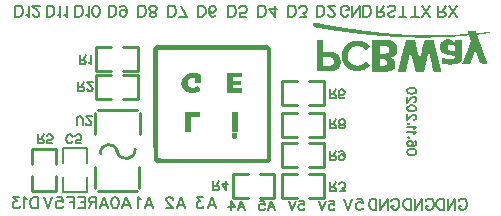
<source format=gbo>
G04 Layer: BottomSilkLayer*
G04 EasyEDA v6.4.7, 2020-11-07T10:37:38+03:00*
G04 1389fe0e608b4a92a316d8f3135ec2f9,c683d62568ac4463b913f09dc326db1e,10*
G04 Gerber Generator version 0.2*
G04 Scale: 100 percent, Rotated: No, Reflected: No *
G04 Dimensions in millimeters *
G04 leading zeros omitted , absolute positions ,3 integer and 3 decimal *
%FSLAX33Y33*%
%MOMM*%
G90*
D02*

%ADD10C,0.254000*%
%ADD35C,0.199898*%
%ADD36C,0.152400*%

%LPD*%

%LPD*%
G36*
G01X25353Y16793D02*
G01X15909Y16793D01*
G01X15638Y16522D01*
G01X15640Y11831D01*
G01X15640Y9924D01*
G01X15641Y9803D01*
G01X15641Y9351D01*
G01X15642Y9246D01*
G01X15642Y9045D01*
G01X15643Y8949D01*
G01X15643Y8856D01*
G01X15644Y8766D01*
G01X15644Y8679D01*
G01X15645Y8595D01*
G01X15646Y8514D01*
G01X15646Y8435D01*
G01X15647Y8359D01*
G01X15648Y8285D01*
G01X15649Y8214D01*
G01X15650Y8146D01*
G01X15651Y8080D01*
G01X15652Y8017D01*
G01X15653Y7956D01*
G01X15654Y7897D01*
G01X15656Y7841D01*
G01X15657Y7787D01*
G01X15658Y7735D01*
G01X15660Y7686D01*
G01X15662Y7638D01*
G01X15663Y7592D01*
G01X15665Y7548D01*
G01X15667Y7507D01*
G01X15669Y7467D01*
G01X15671Y7429D01*
G01X15673Y7393D01*
G01X15675Y7358D01*
G01X15677Y7326D01*
G01X15680Y7295D01*
G01X15682Y7265D01*
G01X15686Y7237D01*
G01X15688Y7211D01*
G01X15691Y7186D01*
G01X15697Y7140D01*
G01X15701Y7120D01*
G01X15704Y7100D01*
G01X15707Y7082D01*
G01X15711Y7065D01*
G01X15715Y7049D01*
G01X15719Y7034D01*
G01X15723Y7020D01*
G01X15727Y7007D01*
G01X15731Y6995D01*
G01X15736Y6983D01*
G01X15740Y6973D01*
G01X15745Y6963D01*
G01X15755Y6946D01*
G01X15760Y6939D01*
G01X15766Y6932D01*
G01X15771Y6925D01*
G01X15783Y6913D01*
G01X15795Y6903D01*
G01X15808Y6894D01*
G01X15821Y6886D01*
G01X15835Y6878D01*
G01X15858Y6866D01*
G01X15866Y6862D01*
G01X15875Y6858D01*
G01X15879Y6855D01*
G01X15883Y6853D01*
G01X15889Y6852D01*
G01X15903Y6848D01*
G01X15912Y6846D01*
G01X15922Y6845D01*
G01X15932Y6843D01*
G01X15944Y6841D01*
G01X15957Y6840D01*
G01X15971Y6838D01*
G01X15986Y6837D01*
G01X16003Y6835D01*
G01X16020Y6834D01*
G01X16039Y6832D01*
G01X16059Y6831D01*
G01X16081Y6830D01*
G01X16104Y6828D01*
G01X16127Y6827D01*
G01X16153Y6825D01*
G01X16180Y6824D01*
G01X16208Y6823D01*
G01X16238Y6822D01*
G01X16302Y6820D01*
G01X16337Y6818D01*
G01X16373Y6817D01*
G01X16410Y6816D01*
G01X16450Y6815D01*
G01X16491Y6815D01*
G01X16533Y6814D01*
G01X16578Y6813D01*
G01X16624Y6812D01*
G01X16672Y6811D01*
G01X16722Y6810D01*
G01X16773Y6809D01*
G01X16827Y6809D01*
G01X16882Y6808D01*
G01X16939Y6807D01*
G01X16999Y6806D01*
G01X17060Y6806D01*
G01X17123Y6805D01*
G01X17189Y6805D01*
G01X17256Y6804D01*
G01X17325Y6803D01*
G01X17397Y6803D01*
G01X17471Y6802D01*
G01X17547Y6802D01*
G01X17625Y6801D01*
G01X17705Y6801D01*
G01X17788Y6800D01*
G01X17960Y6800D01*
G01X18050Y6799D01*
G01X18142Y6799D01*
G01X18237Y6798D01*
G01X18433Y6798D01*
G01X18534Y6797D01*
G01X18855Y6797D01*
G01X18968Y6796D01*
G01X19569Y6796D01*
G01X19697Y6795D01*
G01X20676Y6795D01*
G01X25367Y6793D01*
G01X25503Y6928D01*
G01X25638Y7064D01*
G01X25638Y16553D01*
G01X25353Y16793D01*
G37*

%LPC*%
G36*
G01X25245Y16399D02*
G01X16031Y16399D01*
G01X16019Y11839D01*
G01X16019Y11528D01*
G01X16018Y11425D01*
G01X16018Y10922D01*
G01X16017Y10823D01*
G01X16017Y8672D01*
G01X16018Y8601D01*
G01X16018Y8271D01*
G01X16019Y8210D01*
G01X16019Y8035D01*
G01X16020Y7980D01*
G01X16020Y7825D01*
G01X16021Y7777D01*
G01X16021Y7687D01*
G01X16022Y7644D01*
G01X16022Y7565D01*
G01X16023Y7528D01*
G01X16023Y7460D01*
G01X16024Y7429D01*
G01X16024Y7400D01*
G01X16025Y7373D01*
G01X16025Y7326D01*
G01X16026Y7305D01*
G01X16026Y7287D01*
G01X16027Y7271D01*
G01X16027Y7257D01*
G01X16028Y7245D01*
G01X16028Y7235D01*
G01X16029Y7228D01*
G01X16029Y7223D01*
G01X16031Y7219D01*
G01X16037Y7215D01*
G01X16042Y7214D01*
G01X16047Y7212D01*
G01X16054Y7210D01*
G01X16063Y7209D01*
G01X16083Y7205D01*
G01X16095Y7204D01*
G01X16109Y7202D01*
G01X16124Y7201D01*
G01X16141Y7199D01*
G01X16158Y7198D01*
G01X16178Y7197D01*
G01X16199Y7195D01*
G01X16221Y7194D01*
G01X16245Y7193D01*
G01X16271Y7192D01*
G01X16298Y7191D01*
G01X16327Y7189D01*
G01X16357Y7188D01*
G01X16389Y7187D01*
G01X16423Y7186D01*
G01X16459Y7185D01*
G01X16496Y7184D01*
G01X16535Y7184D01*
G01X16577Y7183D01*
G01X16620Y7182D01*
G01X16665Y7181D01*
G01X16712Y7180D01*
G01X16760Y7180D01*
G01X16811Y7179D01*
G01X16864Y7178D01*
G01X16919Y7178D01*
G01X16976Y7177D01*
G01X17035Y7177D01*
G01X17096Y7176D01*
G01X17159Y7176D01*
G01X17225Y7175D01*
G01X17293Y7174D01*
G01X17362Y7174D01*
G01X17435Y7173D01*
G01X17586Y7173D01*
G01X17666Y7172D01*
G01X18007Y7172D01*
G01X18099Y7171D01*
G01X19157Y7171D01*
G01X19278Y7172D01*
G01X19790Y7172D01*
G01X19926Y7173D01*
G01X20206Y7173D01*
G01X20350Y7174D01*
G01X20648Y7174D01*
G01X25245Y7186D01*
G01X25245Y16399D01*
G37*

%LPD*%
G36*
G01X23184Y14432D02*
G01X21841Y14432D01*
G01X21841Y12765D01*
G01X23184Y12765D01*
G01X23184Y13182D01*
G01X22631Y13182D01*
G01X22528Y13184D01*
G01X22454Y13188D01*
G01X22404Y13196D01*
G01X22374Y13211D01*
G01X22358Y13231D01*
G01X22352Y13259D01*
G01X22351Y13297D01*
G01X22352Y13335D01*
G01X22358Y13363D01*
G01X22372Y13384D01*
G01X22399Y13398D01*
G01X22444Y13407D01*
G01X22509Y13411D01*
G01X22601Y13413D01*
G01X23092Y13413D01*
G01X23092Y13784D01*
G01X22351Y13784D01*
G01X22351Y14061D01*
G01X23184Y14061D01*
G01X23184Y14432D01*
G37*

%LPD*%
G36*
G01X19044Y14470D02*
G01X18997Y14470D01*
G01X18949Y14468D01*
G01X18903Y14464D01*
G01X18857Y14458D01*
G01X18811Y14450D01*
G01X18767Y14439D01*
G01X18723Y14427D01*
G01X18681Y14413D01*
G01X18639Y14398D01*
G01X18597Y14380D01*
G01X18557Y14362D01*
G01X18518Y14341D01*
G01X18481Y14319D01*
G01X18443Y14296D01*
G01X18408Y14271D01*
G01X18373Y14244D01*
G01X18340Y14217D01*
G01X18308Y14188D01*
G01X18277Y14158D01*
G01X18248Y14128D01*
G01X18220Y14096D01*
G01X18194Y14063D01*
G01X18169Y14029D01*
G01X18146Y13995D01*
G01X18124Y13960D01*
G01X18104Y13924D01*
G01X18085Y13888D01*
G01X18069Y13851D01*
G01X18054Y13813D01*
G01X18041Y13775D01*
G01X18030Y13737D01*
G01X18021Y13698D01*
G01X18013Y13659D01*
G01X18008Y13620D01*
G01X18005Y13581D01*
G01X18004Y13542D01*
G01X18005Y13503D01*
G01X18008Y13464D01*
G01X18013Y13424D01*
G01X18021Y13386D01*
G01X18031Y13347D01*
G01X18043Y13309D01*
G01X18058Y13271D01*
G01X18075Y13234D01*
G01X18095Y13197D01*
G01X18117Y13161D01*
G01X18142Y13125D01*
G01X18170Y13090D01*
G01X18200Y13056D01*
G01X18233Y13023D01*
G01X18269Y12990D01*
G01X18307Y12959D01*
G01X18348Y12929D01*
G01X18393Y12899D01*
G01X18440Y12871D01*
G01X18490Y12845D01*
G01X18543Y12822D01*
G01X18598Y12803D01*
G01X18654Y12787D01*
G01X18712Y12774D01*
G01X18771Y12764D01*
G01X18830Y12757D01*
G01X18889Y12753D01*
G01X18949Y12752D01*
G01X19008Y12753D01*
G01X19066Y12757D01*
G01X19123Y12764D01*
G01X19179Y12772D01*
G01X19233Y12783D01*
G01X19285Y12796D01*
G01X19335Y12811D01*
G01X19382Y12827D01*
G01X19425Y12846D01*
G01X19466Y12866D01*
G01X19503Y12887D01*
G01X19535Y12910D01*
G01X19563Y12935D01*
G01X19586Y12960D01*
G01X19605Y12987D01*
G01X19618Y13014D01*
G01X19625Y13043D01*
G01X19626Y13072D01*
G01X19620Y13102D01*
G01X19608Y13132D01*
G01X19590Y13163D01*
G01X19563Y13194D01*
G01X19529Y13226D01*
G01X19434Y13300D01*
G01X19374Y13330D01*
G01X19323Y13318D01*
G01X19256Y13270D01*
G01X19214Y13240D01*
G01X19170Y13216D01*
G01X19127Y13198D01*
G01X19083Y13185D01*
G01X19039Y13177D01*
G01X18996Y13174D01*
G01X18953Y13177D01*
G01X18911Y13183D01*
G01X18870Y13193D01*
G01X18830Y13208D01*
G01X18791Y13226D01*
G01X18755Y13248D01*
G01X18721Y13273D01*
G01X18689Y13301D01*
G01X18659Y13332D01*
G01X18632Y13365D01*
G01X18609Y13401D01*
G01X18589Y13438D01*
G01X18572Y13477D01*
G01X18560Y13518D01*
G01X18551Y13560D01*
G01X18547Y13603D01*
G01X18548Y13647D01*
G01X18553Y13691D01*
G01X18563Y13736D01*
G01X18580Y13781D01*
G01X18601Y13825D01*
G01X18629Y13869D01*
G01X18670Y13920D01*
G01X18713Y13964D01*
G01X18759Y13999D01*
G01X18806Y14027D01*
G01X18854Y14046D01*
G01X18902Y14058D01*
G01X18948Y14062D01*
G01X18994Y14059D01*
G01X19036Y14049D01*
G01X19076Y14031D01*
G01X19111Y14007D01*
G01X19142Y13975D01*
G01X19167Y13936D01*
G01X19187Y13891D01*
G01X19198Y13838D01*
G01X19203Y13780D01*
G01X19203Y13552D01*
G01X19666Y13552D01*
G01X19666Y14276D01*
G01X19492Y14358D01*
G01X19442Y14381D01*
G01X19391Y14401D01*
G01X19341Y14419D01*
G01X19290Y14433D01*
G01X19241Y14445D01*
G01X19191Y14455D01*
G01X19141Y14463D01*
G01X19093Y14467D01*
G01X19044Y14470D01*
G37*

%LPD*%
G36*
G01X22768Y11145D02*
G01X22259Y11145D01*
G01X22259Y9478D01*
G01X22768Y9478D01*
G01X22768Y11145D01*
G37*

%LPD*%
G36*
G01X19573Y11098D02*
G01X18323Y11098D01*
G01X18323Y9432D01*
G01X18833Y9432D01*
G01X18833Y10682D01*
G01X19573Y10682D01*
G01X19573Y11098D01*
G37*

%LPD*%
G36*
G01X22562Y9379D02*
G01X22514Y9385D01*
G01X22466Y9382D01*
G01X22418Y9370D01*
G01X22373Y9346D01*
G01X22331Y9313D01*
G01X22303Y9276D01*
G01X22280Y9229D01*
G01X22264Y9179D01*
G01X22259Y9131D01*
G01X22264Y9083D01*
G01X22280Y9032D01*
G01X22303Y8986D01*
G01X22331Y8949D01*
G01X22368Y8920D01*
G01X22414Y8898D01*
G01X22465Y8882D01*
G01X22513Y8876D01*
G01X22564Y8881D01*
G01X22612Y8897D01*
G01X22655Y8920D01*
G01X22692Y8951D01*
G01X22724Y8989D01*
G01X22747Y9032D01*
G01X22762Y9080D01*
G01X22768Y9131D01*
G01X22762Y9184D01*
G01X22746Y9232D01*
G01X22721Y9276D01*
G01X22689Y9312D01*
G01X22651Y9342D01*
G01X22608Y9364D01*
G01X22562Y9379D01*
G37*

%LPD*%
G36*
G01X29226Y18706D02*
G01X29195Y18708D01*
G01X29181Y18707D01*
G01X29171Y18688D01*
G01X29170Y18645D01*
G01X29177Y18585D01*
G01X29192Y18514D01*
G01X29236Y18333D01*
G01X29598Y18264D01*
G01X29702Y18245D01*
G01X29754Y18235D01*
G01X29860Y18215D01*
G01X29914Y18206D01*
G01X30023Y18186D01*
G01X30133Y18168D01*
G01X30189Y18158D01*
G01X30302Y18139D01*
G01X30359Y18130D01*
G01X30416Y18120D01*
G01X30473Y18111D01*
G01X30531Y18101D01*
G01X30590Y18092D01*
G01X30648Y18082D01*
G01X30707Y18073D01*
G01X30826Y18055D01*
G01X30886Y18046D01*
G01X31067Y18018D01*
G01X31129Y18009D01*
G01X31190Y18000D01*
G01X31252Y17991D01*
G01X31313Y17982D01*
G01X31376Y17974D01*
G01X31438Y17964D01*
G01X31501Y17956D01*
G01X31690Y17930D01*
G01X31753Y17921D01*
G01X31945Y17895D01*
G01X32010Y17887D01*
G01X32074Y17879D01*
G01X32139Y17870D01*
G01X32204Y17862D01*
G01X32268Y17854D01*
G01X32334Y17846D01*
G01X32399Y17837D01*
G01X32464Y17829D01*
G01X32530Y17822D01*
G01X32596Y17814D01*
G01X32661Y17805D01*
G01X32859Y17783D01*
G01X32926Y17774D01*
G01X32992Y17767D01*
G01X33192Y17744D01*
G01X33325Y17730D01*
G01X33391Y17723D01*
G01X33458Y17715D01*
G01X33525Y17708D01*
G01X33592Y17702D01*
G01X33793Y17681D01*
G01X33859Y17674D01*
G01X33926Y17668D01*
G01X33993Y17661D01*
G01X34127Y17648D01*
G01X34193Y17641D01*
G01X34327Y17629D01*
G01X34527Y17611D01*
G01X34659Y17599D01*
G01X34725Y17594D01*
G01X34792Y17588D01*
G01X34924Y17577D01*
G01X34990Y17571D01*
G01X35056Y17566D01*
G01X35121Y17561D01*
G01X35187Y17555D01*
G01X35317Y17545D01*
G01X35382Y17541D01*
G01X35447Y17536D01*
G01X35640Y17522D01*
G01X35704Y17517D01*
G01X35896Y17505D01*
G01X36148Y17489D01*
G01X36206Y17486D01*
G01X36265Y17483D01*
G01X36325Y17479D01*
G01X36384Y17476D01*
G01X36444Y17473D01*
G01X36505Y17471D01*
G01X36567Y17468D01*
G01X36628Y17465D01*
G01X36690Y17463D01*
G01X36753Y17460D01*
G01X36816Y17458D01*
G01X36879Y17455D01*
G01X37071Y17449D01*
G01X37136Y17448D01*
G01X37201Y17446D01*
G01X37332Y17443D01*
G01X37398Y17441D01*
G01X37464Y17440D01*
G01X37531Y17439D01*
G01X37664Y17437D01*
G01X37865Y17434D01*
G01X37933Y17434D01*
G01X38001Y17433D01*
G01X38069Y17433D01*
G01X38137Y17432D01*
G01X38477Y17432D01*
G01X38546Y17433D01*
G01X38683Y17433D01*
G01X38751Y17434D01*
G01X38820Y17435D01*
G01X38888Y17435D01*
G01X38956Y17436D01*
G01X39229Y17440D01*
G01X39297Y17442D01*
G01X39364Y17443D01*
G01X39432Y17444D01*
G01X39500Y17446D01*
G01X39634Y17449D01*
G01X39701Y17451D01*
G01X39834Y17455D01*
G01X39900Y17457D01*
G01X39966Y17460D01*
G01X40031Y17462D01*
G01X40097Y17465D01*
G01X40227Y17470D01*
G01X40292Y17472D01*
G01X40356Y17475D01*
G01X40419Y17478D01*
G01X40483Y17481D01*
G01X40546Y17484D01*
G01X40670Y17490D01*
G01X40732Y17494D01*
G01X40793Y17497D01*
G01X40854Y17501D01*
G01X40915Y17504D01*
G01X40975Y17508D01*
G01X41093Y17516D01*
G01X41152Y17519D01*
G01X41210Y17523D01*
G01X41267Y17528D01*
G01X41324Y17532D01*
G01X41380Y17536D01*
G01X41436Y17541D01*
G01X41491Y17545D01*
G01X41545Y17550D01*
G01X41599Y17554D01*
G01X41705Y17564D01*
G01X41757Y17569D01*
G01X41808Y17574D01*
G01X41908Y17584D01*
G01X41957Y17589D01*
G01X42033Y17597D01*
G01X42105Y17603D01*
G01X42172Y17609D01*
G01X42231Y17612D01*
G01X42281Y17614D01*
G01X42321Y17615D01*
G01X42348Y17614D01*
G01X42362Y17611D01*
G01X42379Y17587D01*
G01X42404Y17536D01*
G01X42433Y17464D01*
G01X42463Y17380D01*
G01X42533Y17166D01*
G01X42168Y16204D01*
G01X42131Y16106D01*
G01X42095Y16011D01*
G01X42060Y15918D01*
G01X42026Y15830D01*
G01X41995Y15745D01*
G01X41964Y15665D01*
G01X41936Y15590D01*
G01X41911Y15521D01*
G01X41887Y15458D01*
G01X41866Y15401D01*
G01X41848Y15352D01*
G01X41832Y15310D01*
G01X41820Y15276D01*
G01X41811Y15251D01*
G01X41805Y15235D01*
G01X41803Y15229D01*
G01X41830Y15224D01*
G01X41901Y15220D01*
G01X42007Y15217D01*
G01X42137Y15216D01*
G01X42470Y15216D01*
G01X42668Y15819D01*
G01X42695Y15900D01*
G01X42721Y15979D01*
G01X42747Y16053D01*
G01X42772Y16123D01*
G01X42794Y16187D01*
G01X42816Y16245D01*
G01X42836Y16296D01*
G01X42853Y16340D01*
G01X42868Y16375D01*
G01X42880Y16401D01*
G01X42889Y16417D01*
G01X42895Y16422D01*
G01X42907Y16413D01*
G01X42921Y16390D01*
G01X42936Y16355D01*
G01X42947Y16312D01*
G01X42955Y16280D01*
G01X42969Y16231D01*
G01X42987Y16167D01*
G01X43010Y16092D01*
G01X43036Y16007D01*
G01X43065Y15915D01*
G01X43095Y15818D01*
G01X43127Y15719D01*
G01X43282Y15236D01*
G01X43612Y15224D01*
G01X43712Y15221D01*
G01X43790Y15220D01*
G01X43847Y15221D01*
G01X43886Y15226D01*
G01X43909Y15234D01*
G01X43921Y15246D01*
G01X43923Y15262D01*
G01X43917Y15285D01*
G01X43914Y15294D01*
G01X43907Y15312D01*
G01X43899Y15336D01*
G01X43887Y15367D01*
G01X43873Y15405D01*
G01X43858Y15448D01*
G01X43839Y15498D01*
G01X43819Y15553D01*
G01X43797Y15613D01*
G01X43773Y15678D01*
G01X43747Y15748D01*
G01X43720Y15821D01*
G01X43691Y15899D01*
G01X43661Y15980D01*
G01X43630Y16064D01*
G01X43597Y16151D01*
G01X43564Y16241D01*
G01X43530Y16333D01*
G01X43494Y16427D01*
G01X43459Y16523D01*
G01X43025Y17689D01*
G01X43410Y17737D01*
G01X43563Y17757D01*
G01X43694Y17774D01*
G01X43803Y17788D01*
G01X43893Y17801D01*
G01X43965Y17812D01*
G01X44021Y17822D01*
G01X44063Y17831D01*
G01X44092Y17839D01*
G01X44109Y17847D01*
G01X44117Y17854D01*
G01X44117Y17862D01*
G01X44110Y17870D01*
G01X44095Y17877D01*
G01X44065Y17881D01*
G01X44022Y17884D01*
G01X43968Y17885D01*
G01X43904Y17883D01*
G01X43833Y17880D01*
G01X43755Y17876D01*
G01X43673Y17869D01*
G01X43529Y17856D01*
G01X43406Y17846D01*
G01X43302Y17838D01*
G01X43216Y17834D01*
G01X43145Y17832D01*
G01X43089Y17834D01*
G01X43045Y17838D01*
G01X43012Y17846D01*
G01X42987Y17857D01*
G01X42970Y17871D01*
G01X42958Y17889D01*
G01X42949Y17910D01*
G01X42940Y17934D01*
G01X42926Y17953D01*
G01X42904Y17967D01*
G01X42872Y17978D01*
G01X42827Y17984D01*
G01X42766Y17988D01*
G01X42687Y17990D01*
G01X42585Y17991D01*
G01X42469Y17990D01*
G01X42381Y17986D01*
G01X42317Y17978D01*
G01X42276Y17965D01*
G01X42254Y17945D01*
G01X42250Y17917D01*
G01X42262Y17880D01*
G01X42284Y17832D01*
G01X42291Y17820D01*
G01X42296Y17809D01*
G01X42298Y17800D01*
G01X42298Y17791D01*
G01X42294Y17783D01*
G01X42285Y17775D01*
G01X42271Y17768D01*
G01X42251Y17762D01*
G01X42224Y17755D01*
G01X42190Y17749D01*
G01X42147Y17742D01*
G01X42095Y17736D01*
G01X42033Y17729D01*
G01X41961Y17722D01*
G01X41877Y17713D01*
G01X41673Y17696D01*
G01X41550Y17686D01*
G01X41413Y17674D01*
G01X41260Y17661D01*
G01X41223Y17659D01*
G01X41184Y17656D01*
G01X41141Y17653D01*
G01X41097Y17650D01*
G01X41051Y17648D01*
G01X41003Y17645D01*
G01X40901Y17641D01*
G01X40846Y17638D01*
G01X40790Y17636D01*
G01X40733Y17634D01*
G01X40674Y17633D01*
G01X40613Y17631D01*
G01X40551Y17629D01*
G01X40487Y17628D01*
G01X40422Y17626D01*
G01X40356Y17625D01*
G01X40288Y17623D01*
G01X40219Y17622D01*
G01X40079Y17620D01*
G01X40007Y17619D01*
G01X39861Y17617D01*
G01X39787Y17616D01*
G01X39712Y17616D01*
G01X39637Y17615D01*
G01X39484Y17615D01*
G01X39408Y17614D01*
G01X39176Y17614D01*
G01X39098Y17615D01*
G01X38943Y17615D01*
G01X38789Y17616D01*
G01X38635Y17618D01*
G01X38559Y17618D01*
G01X38484Y17619D01*
G01X38408Y17620D01*
G01X38334Y17622D01*
G01X38186Y17624D01*
G01X38114Y17626D01*
G01X38043Y17627D01*
G01X37972Y17629D01*
G01X37903Y17630D01*
G01X37834Y17632D01*
G01X37767Y17634D01*
G01X37701Y17636D01*
G01X37573Y17640D01*
G01X37451Y17644D01*
G01X37393Y17647D01*
G01X37335Y17649D01*
G01X37227Y17655D01*
G01X37175Y17658D01*
G01X37126Y17660D01*
G01X37078Y17663D01*
G01X37017Y17667D01*
G01X36835Y17679D01*
G01X36774Y17684D01*
G01X36712Y17688D01*
G01X36651Y17693D01*
G01X36405Y17711D01*
G01X36344Y17716D01*
G01X36282Y17721D01*
G01X36221Y17726D01*
G01X36035Y17741D01*
G01X35974Y17746D01*
G01X35850Y17757D01*
G01X35787Y17762D01*
G01X35663Y17773D01*
G01X35539Y17785D01*
G01X35476Y17791D01*
G01X35351Y17803D01*
G01X35289Y17809D01*
G01X35164Y17821D01*
G01X35101Y17827D01*
G01X35039Y17834D01*
G01X34976Y17840D01*
G01X34914Y17847D01*
G01X34851Y17853D01*
G01X34788Y17860D01*
G01X34725Y17866D01*
G01X34663Y17873D01*
G01X34348Y17908D01*
G01X34286Y17915D01*
G01X34223Y17923D01*
G01X34097Y17937D01*
G01X34034Y17945D01*
G01X33782Y17975D01*
G01X33530Y18007D01*
G01X33468Y18015D01*
G01X33216Y18048D01*
G01X33090Y18065D01*
G01X33027Y18073D01*
G01X32901Y18090D01*
G01X32838Y18100D01*
G01X32712Y18117D01*
G01X32650Y18126D01*
G01X32461Y18153D01*
G01X32398Y18163D01*
G01X32273Y18181D01*
G01X32210Y18190D01*
G01X32148Y18200D01*
G01X31773Y18258D01*
G01X31710Y18268D01*
G01X31648Y18277D01*
G01X31586Y18288D01*
G01X31524Y18298D01*
G01X31461Y18307D01*
G01X31399Y18317D01*
G01X31338Y18328D01*
G01X31214Y18348D01*
G01X31152Y18359D01*
G01X31090Y18369D01*
G01X30966Y18391D01*
G01X30782Y18423D01*
G01X30720Y18434D01*
G01X30659Y18444D01*
G01X30597Y18456D01*
G01X30536Y18466D01*
G01X30475Y18477D01*
G01X30170Y18533D01*
G01X30110Y18545D01*
G01X30049Y18557D01*
G01X29988Y18568D01*
G01X29807Y18603D01*
G01X29687Y18626D01*
G01X29627Y18638D01*
G01X29543Y18654D01*
G01X29464Y18669D01*
G01X29390Y18682D01*
G01X29325Y18692D01*
G01X29269Y18701D01*
G01X29226Y18706D01*
G37*

%LPD*%
G36*
G01X40610Y17292D02*
G01X40550Y17294D01*
G01X40491Y17292D01*
G01X40434Y17285D01*
G01X40377Y17272D01*
G01X40323Y17253D01*
G01X40269Y17230D01*
G01X40217Y17201D01*
G01X40167Y17168D01*
G01X40119Y17129D01*
G01X40073Y17085D01*
G01X40028Y17037D01*
G01X39994Y16997D01*
G01X39969Y16959D01*
G01X39953Y16918D01*
G01X39942Y16871D01*
G01X39936Y16811D01*
G01X39934Y16735D01*
G01X39933Y16638D01*
G01X39934Y16539D01*
G01X39936Y16463D01*
G01X39942Y16404D01*
G01X39953Y16358D01*
G01X39970Y16319D01*
G01X39997Y16283D01*
G01X40033Y16245D01*
G01X40081Y16200D01*
G01X40114Y16172D01*
G01X40149Y16146D01*
G01X40186Y16121D01*
G01X40226Y16098D01*
G01X40268Y16075D01*
G01X40313Y16054D01*
G01X40362Y16035D01*
G01X40412Y16017D01*
G01X40466Y16000D01*
G01X40523Y15985D01*
G01X40582Y15971D01*
G01X40645Y15957D01*
G01X40711Y15946D01*
G01X40780Y15935D01*
G01X40853Y15925D01*
G01X40929Y15917D01*
G01X41034Y15904D01*
G01X41120Y15889D01*
G01X41178Y15874D01*
G01X41200Y15860D01*
G01X41194Y15840D01*
G01X41176Y15809D01*
G01X41151Y15770D01*
G01X41120Y15728D01*
G01X41091Y15697D01*
G01X41057Y15671D01*
G01X41016Y15648D01*
G01X40971Y15630D01*
G01X40921Y15615D01*
G01X40866Y15605D01*
G01X40807Y15598D01*
G01X40744Y15596D01*
G01X40678Y15597D01*
G01X40609Y15603D01*
G01X40536Y15612D01*
G01X40461Y15626D01*
G01X40384Y15643D01*
G01X40306Y15665D01*
G01X40225Y15690D01*
G01X40144Y15720D01*
G01X40107Y15727D01*
G01X40086Y15701D01*
G01X40076Y15630D01*
G01X40074Y15501D01*
G01X40075Y15410D01*
G01X40078Y15343D01*
G01X40089Y15292D01*
G01X40111Y15257D01*
G01X40148Y15231D01*
G01X40202Y15211D01*
G01X40279Y15194D01*
G01X40381Y15175D01*
G01X40447Y15165D01*
G01X40517Y15157D01*
G01X40590Y15151D01*
G01X40666Y15148D01*
G01X40743Y15147D01*
G01X40821Y15148D01*
G01X40900Y15152D01*
G01X40977Y15157D01*
G01X41053Y15164D01*
G01X41127Y15173D01*
G01X41197Y15184D01*
G01X41263Y15197D01*
G01X41325Y15211D01*
G01X41381Y15227D01*
G01X41430Y15245D01*
G01X41473Y15264D01*
G01X41517Y15287D01*
G01X41556Y15310D01*
G01X41593Y15333D01*
G01X41625Y15357D01*
G01X41654Y15383D01*
G01X41679Y15411D01*
G01X41702Y15442D01*
G01X41722Y15477D01*
G01X41738Y15516D01*
G01X41753Y15560D01*
G01X41765Y15610D01*
G01X41775Y15666D01*
G01X41784Y15730D01*
G01X41790Y15801D01*
G01X41795Y15881D01*
G01X41798Y15970D01*
G01X41801Y16069D01*
G01X41802Y16178D01*
G01X41803Y16299D01*
G01X41803Y17227D01*
G01X41502Y17227D01*
G01X41339Y17224D01*
G01X41248Y17214D01*
G01X41208Y17190D01*
G01X41200Y17146D01*
G01X41195Y17089D01*
G01X41169Y17072D01*
G01X41105Y17096D01*
G01X40986Y17163D01*
G01X40922Y17198D01*
G01X40858Y17227D01*
G01X40795Y17251D01*
G01X40732Y17270D01*
G01X40671Y17284D01*
G01X40610Y17292D01*
G37*

%LPC*%
G36*
G01X40912Y16834D02*
G01X40844Y16840D01*
G01X40778Y16839D01*
G01X40716Y16830D01*
G01X40663Y16813D01*
G01X40622Y16788D01*
G01X40595Y16756D01*
G01X40575Y16712D01*
G01X40563Y16661D01*
G01X40559Y16606D01*
G01X40561Y16551D01*
G01X40571Y16499D01*
G01X40589Y16456D01*
G01X40615Y16425D01*
G01X40649Y16400D01*
G01X40691Y16378D01*
G01X40741Y16359D01*
G01X40795Y16341D01*
G01X40855Y16327D01*
G01X40917Y16316D01*
G01X40983Y16309D01*
G01X41049Y16305D01*
G01X41200Y16302D01*
G01X41200Y16502D01*
G01X41196Y16609D01*
G01X41181Y16679D01*
G01X41149Y16729D01*
G01X41093Y16772D01*
G01X41039Y16800D01*
G01X40978Y16821D01*
G01X40912Y16834D01*
G37*

%LPD*%
G36*
G01X32942Y17180D02*
G01X32887Y17180D01*
G01X32832Y17178D01*
G01X32776Y17173D01*
G01X32722Y17166D01*
G01X32667Y17158D01*
G01X32613Y17148D01*
G01X32560Y17135D01*
G01X32507Y17120D01*
G01X32455Y17103D01*
G01X32403Y17085D01*
G01X32353Y17064D01*
G01X32303Y17041D01*
G01X32254Y17016D01*
G01X32207Y16990D01*
G01X32160Y16961D01*
G01X32115Y16931D01*
G01X32072Y16898D01*
G01X32029Y16864D01*
G01X31988Y16828D01*
G01X31948Y16789D01*
G01X31911Y16749D01*
G01X31874Y16708D01*
G01X31840Y16664D01*
G01X31807Y16619D01*
G01X31777Y16571D01*
G01X31748Y16522D01*
G01X31722Y16471D01*
G01X31700Y16424D01*
G01X31680Y16373D01*
G01X31663Y16321D01*
G01X31648Y16266D01*
G01X31635Y16210D01*
G01X31624Y16152D01*
G01X31615Y16094D01*
G01X31609Y16035D01*
G01X31605Y15974D01*
G01X31603Y15914D01*
G01X31603Y15853D01*
G01X31606Y15793D01*
G01X31611Y15733D01*
G01X31617Y15673D01*
G01X31627Y15615D01*
G01X31638Y15558D01*
G01X31652Y15502D01*
G01X31668Y15447D01*
G01X31686Y15395D01*
G01X31707Y15345D01*
G01X31731Y15296D01*
G01X31759Y15247D01*
G01X31790Y15197D01*
G01X31825Y15149D01*
G01X31863Y15101D01*
G01X31904Y15054D01*
G01X31947Y15008D01*
G01X31993Y14964D01*
G01X32041Y14921D01*
G01X32090Y14881D01*
G01X32141Y14843D01*
G01X32192Y14808D01*
G01X32245Y14775D01*
G01X32298Y14746D01*
G01X32351Y14720D01*
G01X32405Y14697D01*
G01X32461Y14678D01*
G01X32520Y14661D01*
G01X32581Y14647D01*
G01X32644Y14635D01*
G01X32709Y14626D01*
G01X32775Y14619D01*
G01X32842Y14615D01*
G01X32909Y14614D01*
G01X32977Y14615D01*
G01X33044Y14619D01*
G01X33111Y14625D01*
G01X33176Y14634D01*
G01X33240Y14646D01*
G01X33302Y14660D01*
G01X33361Y14677D01*
G01X33418Y14696D01*
G01X33478Y14721D01*
G01X33541Y14750D01*
G01X33604Y14783D01*
G01X33668Y14818D01*
G01X33729Y14856D01*
G01X33787Y14894D01*
G01X33840Y14932D01*
G01X33887Y14968D01*
G01X33926Y15002D01*
G01X33956Y15033D01*
G01X33975Y15059D01*
G01X33982Y15079D01*
G01X33969Y15106D01*
G01X33937Y15148D01*
G01X33888Y15199D01*
G01X33829Y15254D01*
G01X33677Y15388D01*
G01X33507Y15268D01*
G01X33444Y15225D01*
G01X33381Y15187D01*
G01X33318Y15154D01*
G01X33256Y15125D01*
G01X33195Y15102D01*
G01X33134Y15083D01*
G01X33072Y15069D01*
G01X33012Y15060D01*
G01X32951Y15056D01*
G01X32890Y15057D01*
G01X32829Y15062D01*
G01X32768Y15072D01*
G01X32706Y15087D01*
G01X32644Y15107D01*
G01X32582Y15131D01*
G01X32519Y15160D01*
G01X32454Y15196D01*
G01X32394Y15234D01*
G01X32339Y15276D01*
G01X32290Y15320D01*
G01X32246Y15369D01*
G01X32207Y15419D01*
G01X32173Y15474D01*
G01X32144Y15532D01*
G01X32121Y15593D01*
G01X32102Y15658D01*
G01X32088Y15725D01*
G01X32080Y15797D01*
G01X32077Y15855D01*
G01X32077Y15912D01*
G01X32080Y15968D01*
G01X32086Y16022D01*
G01X32095Y16075D01*
G01X32108Y16126D01*
G01X32123Y16177D01*
G01X32142Y16225D01*
G01X32163Y16271D01*
G01X32187Y16316D01*
G01X32213Y16359D01*
G01X32243Y16400D01*
G01X32275Y16439D01*
G01X32309Y16476D01*
G01X32346Y16511D01*
G01X32387Y16544D01*
G01X32428Y16574D01*
G01X32473Y16602D01*
G01X32520Y16628D01*
G01X32569Y16651D01*
G01X32620Y16672D01*
G01X32674Y16689D01*
G01X32729Y16705D01*
G01X32786Y16717D01*
G01X32840Y16724D01*
G01X32897Y16727D01*
G01X32957Y16724D01*
G01X33018Y16717D01*
G01X33081Y16706D01*
G01X33145Y16690D01*
G01X33209Y16671D01*
G01X33271Y16648D01*
G01X33332Y16621D01*
G01X33390Y16591D01*
G01X33445Y16559D01*
G01X33496Y16523D01*
G01X33671Y16390D01*
G01X33982Y16711D01*
G01X33828Y16845D01*
G01X33782Y16883D01*
G01X33735Y16918D01*
G01X33688Y16952D01*
G01X33638Y16983D01*
G01X33588Y17011D01*
G01X33538Y17038D01*
G01X33486Y17062D01*
G01X33434Y17084D01*
G01X33381Y17103D01*
G01X33327Y17121D01*
G01X33273Y17135D01*
G01X33218Y17149D01*
G01X33163Y17159D01*
G01X33108Y17167D01*
G01X33053Y17174D01*
G01X32998Y17178D01*
G01X32942Y17180D01*
G37*

%LPD*%
G36*
G01X30020Y17227D02*
G01X29457Y17227D01*
G01X29457Y14565D01*
G01X30211Y14579D01*
G01X30335Y14581D01*
G01X30445Y14584D01*
G01X30543Y14586D01*
G01X30629Y14589D01*
G01X30704Y14592D01*
G01X30769Y14595D01*
G01X30826Y14599D01*
G01X30875Y14605D01*
G01X30918Y14610D01*
G01X30956Y14617D01*
G01X30989Y14625D01*
G01X31019Y14634D01*
G01X31047Y14645D01*
G01X31073Y14656D01*
G01X31100Y14670D01*
G01X31127Y14685D01*
G01X31198Y14733D01*
G01X31270Y14793D01*
G01X31337Y14860D01*
G01X31388Y14924D01*
G01X31417Y14968D01*
G01X31440Y15011D01*
G01X31458Y15054D01*
G01X31471Y15101D01*
G01X31479Y15156D01*
G01X31485Y15221D01*
G01X31487Y15300D01*
G01X31488Y15397D01*
G01X31487Y15494D01*
G01X31485Y15573D01*
G01X31479Y15638D01*
G01X31471Y15693D01*
G01X31458Y15740D01*
G01X31440Y15784D01*
G01X31417Y15827D01*
G01X31388Y15873D01*
G01X31363Y15906D01*
G01X31332Y15940D01*
G01X31298Y15974D01*
G01X31259Y16008D01*
G01X31218Y16040D01*
G01X31175Y16070D01*
G01X31132Y16098D01*
G01X31088Y16121D01*
G01X31046Y16142D01*
G01X31007Y16159D01*
G01X30969Y16174D01*
G01X30931Y16186D01*
G01X30891Y16197D01*
G01X30849Y16204D01*
G01X30803Y16210D01*
G01X30750Y16215D01*
G01X30690Y16218D01*
G01X30622Y16220D01*
G01X30545Y16221D01*
G01X30020Y16221D01*
G01X30020Y17227D01*
G37*

%LPC*%
G36*
G01X30379Y15773D02*
G01X30020Y15787D01*
G01X30020Y15015D01*
G01X30251Y15016D01*
G01X30301Y15016D01*
G01X30354Y15019D01*
G01X30462Y15027D01*
G01X30515Y15033D01*
G01X30563Y15039D01*
G01X30607Y15046D01*
G01X30644Y15054D01*
G01X30714Y15075D01*
G01X30776Y15103D01*
G01X30827Y15137D01*
G01X30870Y15179D01*
G01X30903Y15228D01*
G01X30927Y15283D01*
G01X30941Y15345D01*
G01X30945Y15414D01*
G01X30940Y15489D01*
G01X30922Y15552D01*
G01X30889Y15608D01*
G01X30842Y15661D01*
G01X30809Y15690D01*
G01X30775Y15713D01*
G01X30738Y15731D01*
G01X30694Y15744D01*
G01X30640Y15755D01*
G01X30571Y15762D01*
G01X30485Y15768D01*
G01X30379Y15773D01*
G37*

%LPD*%
G36*
G01X37962Y16424D02*
G01X37764Y17229D01*
G01X37381Y17218D01*
G01X36998Y17206D01*
G01X36668Y15920D01*
G01X36642Y15815D01*
G01X36615Y15711D01*
G01X36590Y15610D01*
G01X36565Y15511D01*
G01X36540Y15416D01*
G01X36518Y15324D01*
G01X36495Y15235D01*
G01X36454Y15071D01*
G01X36435Y14996D01*
G01X36418Y14926D01*
G01X36402Y14861D01*
G01X36388Y14802D01*
G01X36375Y14749D01*
G01X36364Y14703D01*
G01X36355Y14663D01*
G01X36347Y14631D01*
G01X36342Y14606D01*
G01X36338Y14589D01*
G01X36337Y14581D01*
G01X36340Y14567D01*
G01X36353Y14557D01*
G01X36375Y14549D01*
G01X36410Y14543D01*
G01X36457Y14539D01*
G01X36517Y14538D01*
G01X36592Y14538D01*
G01X36683Y14540D01*
G01X37033Y14552D01*
G01X37213Y15427D01*
G01X37231Y15516D01*
G01X37249Y15603D01*
G01X37267Y15686D01*
G01X37284Y15766D01*
G01X37300Y15842D01*
G01X37315Y15913D01*
G01X37330Y15980D01*
G01X37344Y16042D01*
G01X37356Y16097D01*
G01X37367Y16147D01*
G01X37377Y16190D01*
G01X37393Y16254D01*
G01X37398Y16275D01*
G01X37403Y16287D01*
G01X37405Y16290D01*
G01X37408Y16281D01*
G01X37415Y16259D01*
G01X37425Y16222D01*
G01X37438Y16175D01*
G01X37454Y16116D01*
G01X37472Y16048D01*
G01X37492Y15970D01*
G01X37515Y15884D01*
G01X37539Y15792D01*
G01X37564Y15693D01*
G01X37590Y15589D01*
G01X37639Y15400D01*
G01X37659Y15320D01*
G01X37679Y15242D01*
G01X37698Y15166D01*
G01X37716Y15093D01*
G01X37735Y15024D01*
G01X37752Y14958D01*
G01X37767Y14896D01*
G01X37782Y14839D01*
G01X37796Y14787D01*
G01X37808Y14741D01*
G01X37818Y14701D01*
G01X37827Y14666D01*
G01X37835Y14640D01*
G01X37843Y14608D01*
G01X37853Y14586D01*
G01X37867Y14568D01*
G01X37889Y14555D01*
G01X37921Y14545D01*
G01X37966Y14539D01*
G01X38026Y14535D01*
G01X38105Y14533D01*
G01X38204Y14532D01*
G01X38539Y14532D01*
G01X38603Y14814D01*
G01X38625Y14909D01*
G01X38647Y15003D01*
G01X38668Y15097D01*
G01X38690Y15189D01*
G01X38711Y15279D01*
G01X38732Y15368D01*
G01X38753Y15454D01*
G01X38773Y15538D01*
G01X38792Y15619D01*
G01X38811Y15698D01*
G01X38829Y15772D01*
G01X38847Y15844D01*
G01X38864Y15910D01*
G01X38879Y15973D01*
G01X38894Y16031D01*
G01X38908Y16084D01*
G01X38920Y16132D01*
G01X38932Y16174D01*
G01X38942Y16210D01*
G01X38950Y16241D01*
G01X38958Y16264D01*
G01X38964Y16281D01*
G01X38968Y16291D01*
G01X38970Y16293D01*
G01X38972Y16290D01*
G01X38974Y16281D01*
G01X38978Y16269D01*
G01X38982Y16251D01*
G01X38988Y16230D01*
G01X38994Y16204D01*
G01X39001Y16173D01*
G01X39009Y16139D01*
G01X39018Y16100D01*
G01X39029Y16056D01*
G01X39039Y16009D01*
G01X39050Y15958D01*
G01X39063Y15902D01*
G01X39076Y15843D01*
G01X39090Y15780D01*
G01X39105Y15712D01*
G01X39121Y15641D01*
G01X39137Y15567D01*
G01X39154Y15488D01*
G01X39172Y15406D01*
G01X39191Y15320D01*
G01X39210Y15230D01*
G01X39230Y15138D01*
G01X39251Y15041D01*
G01X39272Y14942D01*
G01X39294Y14839D01*
G01X39317Y14733D01*
G01X39340Y14623D01*
G01X39348Y14594D01*
G01X39359Y14572D01*
G01X39378Y14557D01*
G01X39407Y14546D01*
G01X39449Y14538D01*
G01X39510Y14534D01*
G01X39591Y14533D01*
G01X39697Y14532D01*
G01X39828Y14535D01*
G01X39935Y14542D01*
G01X40007Y14553D01*
G01X40034Y14565D01*
G01X40033Y14572D01*
G01X40030Y14587D01*
G01X40025Y14609D01*
G01X40019Y14637D01*
G01X40011Y14672D01*
G01X40001Y14712D01*
G01X39990Y14758D01*
G01X39963Y14866D01*
G01X39948Y14927D01*
G01X39932Y14993D01*
G01X39915Y15062D01*
G01X39878Y15210D01*
G01X39858Y15288D01*
G01X39838Y15369D01*
G01X39817Y15452D01*
G01X39796Y15537D01*
G01X39774Y15623D01*
G01X39752Y15710D01*
G01X39730Y15798D01*
G01X39707Y15886D01*
G01X39684Y15975D01*
G01X39618Y16236D01*
G01X39596Y16320D01*
G01X39575Y16403D01*
G01X39554Y16484D01*
G01X39534Y16562D01*
G01X39514Y16637D01*
G01X39495Y16709D01*
G01X39478Y16778D01*
G01X39461Y16842D01*
G01X39445Y16903D01*
G01X39430Y16959D01*
G01X39417Y17009D01*
G01X39405Y17055D01*
G01X39394Y17095D01*
G01X39385Y17128D01*
G01X39371Y17177D01*
G01X39366Y17190D01*
G01X39364Y17196D01*
G01X39353Y17202D01*
G01X39328Y17208D01*
G01X39290Y17213D01*
G01X39243Y17218D01*
G01X39185Y17221D01*
G01X39121Y17224D01*
G01X39050Y17226D01*
G01X38976Y17227D01*
G01X38606Y17227D01*
G01X38409Y16453D01*
G01X38382Y16347D01*
G01X38356Y16246D01*
G01X38331Y16149D01*
G01X38306Y16058D01*
G01X38283Y15974D01*
G01X38262Y15897D01*
G01X38243Y15829D01*
G01X38226Y15770D01*
G01X38212Y15721D01*
G01X38200Y15685D01*
G01X38191Y15660D01*
G01X38186Y15648D01*
G01X38181Y15652D01*
G01X38173Y15670D01*
G01X38161Y15701D01*
G01X38146Y15744D01*
G01X38129Y15799D01*
G01X38110Y15864D01*
G01X38089Y15939D01*
G01X38066Y16023D01*
G01X38042Y16114D01*
G01X38016Y16212D01*
G01X37989Y16315D01*
G01X37962Y16424D01*
G37*

%LPD*%
G36*
G01X34916Y17226D02*
G01X34163Y17227D01*
G01X34163Y14522D01*
G01X34897Y14539D01*
G01X35012Y14542D01*
G01X35117Y14545D01*
G01X35209Y14547D01*
G01X35292Y14551D01*
G01X35365Y14554D01*
G01X35430Y14558D01*
G01X35488Y14562D01*
G01X35538Y14567D01*
G01X35583Y14573D01*
G01X35624Y14580D01*
G01X35660Y14588D01*
G01X35693Y14596D01*
G01X35724Y14606D01*
G01X35753Y14617D01*
G01X35783Y14629D01*
G01X35812Y14644D01*
G01X35867Y14673D01*
G01X35917Y14703D01*
G01X35960Y14736D01*
G01X35998Y14772D01*
G01X36031Y14810D01*
G01X36059Y14851D01*
G01X36083Y14896D01*
G01X36102Y14944D01*
G01X36115Y14997D01*
G01X36125Y15054D01*
G01X36131Y15115D01*
G01X36133Y15182D01*
G01X36129Y15267D01*
G01X36117Y15347D01*
G01X36097Y15419D01*
G01X36070Y15485D01*
G01X36033Y15546D01*
G01X35989Y15601D01*
G01X35935Y15651D01*
G01X35873Y15698D01*
G01X35765Y15768D01*
G01X35872Y15796D01*
G01X35926Y15811D01*
G01X35977Y15830D01*
G01X36022Y15851D01*
G01X36064Y15877D01*
G01X36103Y15904D01*
G01X36137Y15936D01*
G01X36168Y15972D01*
G01X36195Y16011D01*
G01X36219Y16054D01*
G01X36239Y16102D01*
G01X36256Y16153D01*
G01X36270Y16208D01*
G01X36280Y16269D01*
G01X36288Y16333D01*
G01X36293Y16402D01*
G01X36294Y16476D01*
G01X36293Y16537D01*
G01X36288Y16594D01*
G01X36281Y16648D01*
G01X36270Y16699D01*
G01X36256Y16747D01*
G01X36239Y16792D01*
G01X36217Y16835D01*
G01X36192Y16875D01*
G01X36163Y16914D01*
G01X36129Y16950D01*
G01X36092Y16985D01*
G01X36049Y17020D01*
G01X36002Y17053D01*
G01X35951Y17085D01*
G01X35894Y17116D01*
G01X35831Y17148D01*
G01X35805Y17160D01*
G01X35779Y17170D01*
G01X35751Y17180D01*
G01X35722Y17188D01*
G01X35690Y17195D01*
G01X35654Y17202D01*
G01X35614Y17207D01*
G01X35569Y17212D01*
G01X35517Y17216D01*
G01X35459Y17219D01*
G01X35393Y17221D01*
G01X35318Y17223D01*
G01X35234Y17224D01*
G01X35139Y17225D01*
G01X35034Y17225D01*
G01X34916Y17226D01*
G37*

%LPC*%
G36*
G01X35067Y15610D02*
G01X34846Y15628D01*
G01X34846Y15055D01*
G01X35074Y15055D01*
G01X35180Y15059D01*
G01X35264Y15071D01*
G01X35329Y15092D01*
G01X35376Y15122D01*
G01X35408Y15161D01*
G01X35431Y15209D01*
G01X35444Y15262D01*
G01X35448Y15319D01*
G01X35442Y15376D01*
G01X35427Y15429D01*
G01X35402Y15478D01*
G01X35368Y15518D01*
G01X35319Y15550D01*
G01X35250Y15577D01*
G01X35164Y15597D01*
G01X35067Y15610D01*
G37*
G36*
G01X35098Y16744D02*
G01X34846Y16744D01*
G01X34846Y16051D01*
G01X35121Y16067D01*
G01X35184Y16072D01*
G01X35243Y16078D01*
G01X35299Y16087D01*
G01X35351Y16097D01*
G01X35397Y16109D01*
G01X35439Y16122D01*
G01X35474Y16137D01*
G01X35503Y16153D01*
G01X35557Y16196D01*
G01X35590Y16244D01*
G01X35606Y16309D01*
G01X35610Y16404D01*
G01X35606Y16502D01*
G01X35588Y16567D01*
G01X35549Y16616D01*
G01X35480Y16664D01*
G01X35444Y16684D01*
G01X35406Y16701D01*
G01X35365Y16714D01*
G01X35321Y16725D01*
G01X35272Y16734D01*
G01X35220Y16739D01*
G01X35162Y16743D01*
G01X35098Y16744D01*
G37*

%LPD*%
G54D10*
G01X10673Y9273D02*
G01X10673Y11073D01*
G01X14472Y9273D02*
G01X14472Y11073D01*
G01X10673Y6473D02*
G01X10673Y4673D01*
G01X14422Y6473D02*
G01X14422Y4673D01*
G01X10922Y11324D02*
G01X14223Y11324D01*
G01X14223Y4423D02*
G01X10922Y4423D01*
G54D35*
G01X7982Y6777D02*
G01X7982Y8097D01*
G01X10052Y8097D01*
G01X10052Y6777D01*
G01X7982Y5645D02*
G01X7982Y4325D01*
G01X10052Y4325D01*
G01X10052Y5645D01*
G54D10*
G01X12073Y14601D02*
G01X10822Y14601D01*
G01X12073Y16640D02*
G01X10822Y16640D01*
G01X13072Y14601D02*
G01X14323Y14601D01*
G01X13072Y16640D02*
G01X14323Y16640D01*
G01X10822Y14601D02*
G01X10822Y16640D01*
G01X14323Y14601D02*
G01X14323Y16640D01*
G01X12073Y12188D02*
G01X10822Y12188D01*
G01X12073Y14227D02*
G01X10822Y14227D01*
G01X13072Y12188D02*
G01X14323Y12188D01*
G01X13072Y14227D02*
G01X14323Y14227D01*
G01X10822Y12188D02*
G01X10822Y14227D01*
G01X14323Y12188D02*
G01X14323Y14227D01*
G01X28820Y5845D02*
G01X30071Y5845D01*
G01X28820Y3806D02*
G01X30071Y3806D01*
G01X27821Y5845D02*
G01X26570Y5845D01*
G01X27821Y3806D02*
G01X26570Y3806D01*
G01X30071Y5845D02*
G01X30071Y3806D01*
G01X26570Y5845D02*
G01X26570Y3806D01*
G01X5330Y6722D02*
G01X5330Y7973D01*
G01X7369Y6722D02*
G01X7369Y7973D01*
G01X5330Y5723D02*
G01X5330Y4472D01*
G01X7369Y5723D02*
G01X7369Y4472D01*
G01X5330Y7973D02*
G01X7369Y7973D01*
G01X5330Y4472D02*
G01X7369Y4472D01*
G01X27821Y6473D02*
G01X26570Y6473D01*
G01X27821Y8512D02*
G01X26570Y8512D01*
G01X28820Y6473D02*
G01X30071Y6473D01*
G01X28820Y8512D02*
G01X30071Y8512D01*
G01X26570Y6473D02*
G01X26570Y8512D01*
G01X30071Y6473D02*
G01X30071Y8512D01*
G01X23630Y3806D02*
G01X22379Y3806D01*
G01X23630Y5845D02*
G01X22379Y5845D01*
G01X24629Y3806D02*
G01X25880Y3806D01*
G01X24629Y5845D02*
G01X25880Y5845D01*
G01X22379Y3806D02*
G01X22379Y5845D01*
G01X25880Y3806D02*
G01X25880Y5845D01*
G01X27821Y9013D02*
G01X26570Y9013D01*
G01X27821Y11052D02*
G01X26570Y11052D01*
G01X28820Y9013D02*
G01X30071Y9013D01*
G01X28820Y11052D02*
G01X30071Y11052D01*
G01X26570Y9013D02*
G01X26570Y11052D01*
G01X30071Y9013D02*
G01X30071Y11052D01*
G01X27821Y11680D02*
G01X26570Y11680D01*
G01X27821Y13719D02*
G01X26570Y13719D01*
G01X28820Y11680D02*
G01X30071Y11680D01*
G01X28820Y13719D02*
G01X30071Y13719D01*
G01X26570Y11680D02*
G01X26570Y13719D01*
G01X30071Y11680D02*
G01X30071Y13719D01*
G54D36*
G01X37891Y7711D02*
G01X37854Y7602D01*
G01X37745Y7529D01*
G01X37564Y7493D01*
G01X37454Y7493D01*
G01X37273Y7529D01*
G01X37164Y7602D01*
G01X37127Y7711D01*
G01X37127Y7783D01*
G01X37164Y7892D01*
G01X37273Y7965D01*
G01X37454Y8002D01*
G01X37564Y8002D01*
G01X37745Y7965D01*
G01X37854Y7892D01*
G01X37891Y7783D01*
G01X37891Y7711D01*
G01X37782Y8678D02*
G01X37854Y8642D01*
G01X37891Y8533D01*
G01X37891Y8460D01*
G01X37854Y8351D01*
G01X37745Y8278D01*
G01X37564Y8242D01*
G01X37382Y8242D01*
G01X37236Y8278D01*
G01X37164Y8351D01*
G01X37127Y8460D01*
G01X37127Y8496D01*
G01X37164Y8605D01*
G01X37236Y8678D01*
G01X37345Y8714D01*
G01X37382Y8714D01*
G01X37491Y8678D01*
G01X37564Y8605D01*
G01X37600Y8496D01*
G01X37600Y8460D01*
G01X37564Y8351D01*
G01X37491Y8278D01*
G01X37382Y8242D01*
G01X37309Y8991D02*
G01X37273Y8954D01*
G01X37236Y8991D01*
G01X37273Y9027D01*
G01X37309Y8991D01*
G01X37745Y9267D02*
G01X37782Y9340D01*
G01X37891Y9449D01*
G01X37127Y9449D01*
G01X37745Y9689D02*
G01X37782Y9762D01*
G01X37891Y9871D01*
G01X37127Y9871D01*
G01X37309Y10147D02*
G01X37273Y10111D01*
G01X37236Y10147D01*
G01X37273Y10183D01*
G01X37309Y10147D01*
G01X37709Y10460D02*
G01X37745Y10460D01*
G01X37818Y10496D01*
G01X37854Y10532D01*
G01X37891Y10605D01*
G01X37891Y10751D01*
G01X37854Y10823D01*
G01X37818Y10860D01*
G01X37745Y10896D01*
G01X37673Y10896D01*
G01X37600Y10860D01*
G01X37491Y10787D01*
G01X37127Y10423D01*
G01X37127Y10932D01*
G01X37891Y11391D02*
G01X37854Y11282D01*
G01X37745Y11209D01*
G01X37564Y11173D01*
G01X37454Y11173D01*
G01X37273Y11209D01*
G01X37164Y11282D01*
G01X37127Y11391D01*
G01X37127Y11463D01*
G01X37164Y11573D01*
G01X37273Y11645D01*
G01X37454Y11682D01*
G01X37564Y11682D01*
G01X37745Y11645D01*
G01X37854Y11573D01*
G01X37891Y11463D01*
G01X37891Y11391D01*
G01X37709Y11958D02*
G01X37745Y11958D01*
G01X37818Y11994D01*
G01X37854Y12031D01*
G01X37891Y12103D01*
G01X37891Y12249D01*
G01X37854Y12322D01*
G01X37818Y12358D01*
G01X37745Y12394D01*
G01X37673Y12394D01*
G01X37600Y12358D01*
G01X37491Y12285D01*
G01X37127Y11922D01*
G01X37127Y12431D01*
G01X37891Y12889D02*
G01X37854Y12780D01*
G01X37745Y12707D01*
G01X37564Y12671D01*
G01X37454Y12671D01*
G01X37273Y12707D01*
G01X37164Y12780D01*
G01X37127Y12889D01*
G01X37127Y12962D01*
G01X37164Y13071D01*
G01X37273Y13143D01*
G01X37454Y13180D01*
G01X37564Y13180D01*
G01X37745Y13143D01*
G01X37854Y13071D01*
G01X37891Y12962D01*
G01X37891Y12889D01*
G01X3937Y19183D02*
G01X3937Y20138D01*
G01X3937Y19183D02*
G01X4255Y19183D01*
G01X4391Y19229D01*
G01X4482Y19320D01*
G01X4527Y19411D01*
G01X4573Y19547D01*
G01X4573Y19774D01*
G01X4527Y19911D01*
G01X4482Y20002D01*
G01X4391Y20093D01*
G01X4255Y20138D01*
G01X3937Y20138D01*
G01X4873Y19365D02*
G01X4964Y19320D01*
G01X5100Y19183D01*
G01X5100Y20138D01*
G01X5446Y19411D02*
G01X5446Y19365D01*
G01X5491Y19274D01*
G01X5536Y19229D01*
G01X5627Y19183D01*
G01X5809Y19183D01*
G01X5900Y19229D01*
G01X5946Y19274D01*
G01X5991Y19365D01*
G01X5991Y19456D01*
G01X5946Y19547D01*
G01X5855Y19683D01*
G01X5400Y20138D01*
G01X6036Y20138D01*
G01X6604Y19183D02*
G01X6604Y20138D01*
G01X6604Y19183D02*
G01X6922Y19183D01*
G01X7058Y19229D01*
G01X7149Y19320D01*
G01X7194Y19411D01*
G01X7240Y19547D01*
G01X7240Y19774D01*
G01X7194Y19911D01*
G01X7149Y20002D01*
G01X7058Y20093D01*
G01X6922Y20138D01*
G01X6604Y20138D01*
G01X7540Y19365D02*
G01X7631Y19320D01*
G01X7767Y19183D01*
G01X7767Y20138D01*
G01X8067Y19365D02*
G01X8158Y19320D01*
G01X8294Y19183D01*
G01X8294Y20138D01*
G01X9017Y19183D02*
G01X9017Y20138D01*
G01X9017Y19183D02*
G01X9335Y19183D01*
G01X9471Y19229D01*
G01X9562Y19320D01*
G01X9607Y19411D01*
G01X9653Y19547D01*
G01X9653Y19774D01*
G01X9607Y19911D01*
G01X9562Y20002D01*
G01X9471Y20093D01*
G01X9335Y20138D01*
G01X9017Y20138D01*
G01X9953Y19365D02*
G01X10044Y19320D01*
G01X10180Y19183D01*
G01X10180Y20138D01*
G01X10753Y19183D02*
G01X10616Y19229D01*
G01X10526Y19365D01*
G01X10480Y19593D01*
G01X10480Y19729D01*
G01X10526Y19956D01*
G01X10616Y20093D01*
G01X10753Y20138D01*
G01X10844Y20138D01*
G01X10980Y20093D01*
G01X11071Y19956D01*
G01X11116Y19729D01*
G01X11116Y19593D01*
G01X11071Y19365D01*
G01X10980Y19229D01*
G01X10844Y19183D01*
G01X10753Y19183D01*
G01X16891Y19183D02*
G01X16891Y20138D01*
G01X16891Y19183D02*
G01X17209Y19183D01*
G01X17345Y19229D01*
G01X17436Y19320D01*
G01X17481Y19411D01*
G01X17527Y19547D01*
G01X17527Y19774D01*
G01X17481Y19911D01*
G01X17436Y20002D01*
G01X17345Y20093D01*
G01X17209Y20138D01*
G01X16891Y20138D01*
G01X18463Y19183D02*
G01X18009Y20138D01*
G01X17827Y19183D02*
G01X18463Y19183D01*
G01X14351Y19183D02*
G01X14351Y20138D01*
G01X14351Y19183D02*
G01X14669Y19183D01*
G01X14805Y19229D01*
G01X14896Y19320D01*
G01X14941Y19411D01*
G01X14987Y19547D01*
G01X14987Y19774D01*
G01X14941Y19911D01*
G01X14896Y20002D01*
G01X14805Y20093D01*
G01X14669Y20138D01*
G01X14351Y20138D01*
G01X15514Y19183D02*
G01X15378Y19229D01*
G01X15332Y19320D01*
G01X15332Y19411D01*
G01X15378Y19502D01*
G01X15469Y19547D01*
G01X15650Y19593D01*
G01X15787Y19638D01*
G01X15878Y19729D01*
G01X15923Y19820D01*
G01X15923Y19956D01*
G01X15878Y20047D01*
G01X15832Y20093D01*
G01X15696Y20138D01*
G01X15514Y20138D01*
G01X15378Y20093D01*
G01X15332Y20047D01*
G01X15287Y19956D01*
G01X15287Y19820D01*
G01X15332Y19729D01*
G01X15423Y19638D01*
G01X15560Y19593D01*
G01X15741Y19547D01*
G01X15832Y19502D01*
G01X15878Y19411D01*
G01X15878Y19320D01*
G01X15832Y19229D01*
G01X15696Y19183D01*
G01X15514Y19183D01*
G01X11860Y19183D02*
G01X11860Y20138D01*
G01X11860Y19183D02*
G01X12178Y19183D01*
G01X12314Y19229D01*
G01X12405Y19320D01*
G01X12451Y19411D01*
G01X12496Y19547D01*
G01X12496Y19774D01*
G01X12451Y19911D01*
G01X12405Y20002D01*
G01X12314Y20093D01*
G01X12178Y20138D01*
G01X11860Y20138D01*
G01X13387Y19502D02*
G01X13341Y19638D01*
G01X13251Y19729D01*
G01X13114Y19774D01*
G01X13069Y19774D01*
G01X12932Y19729D01*
G01X12841Y19638D01*
G01X12796Y19502D01*
G01X12796Y19456D01*
G01X12841Y19320D01*
G01X12932Y19229D01*
G01X13069Y19183D01*
G01X13114Y19183D01*
G01X13251Y19229D01*
G01X13341Y19320D01*
G01X13387Y19502D01*
G01X13387Y19729D01*
G01X13341Y19956D01*
G01X13251Y20093D01*
G01X13114Y20138D01*
G01X13023Y20138D01*
G01X12887Y20093D01*
G01X12841Y20002D01*
G01X19417Y19170D02*
G01X19417Y20125D01*
G01X19417Y19170D02*
G01X19735Y19170D01*
G01X19872Y19216D01*
G01X19963Y19306D01*
G01X20008Y19397D01*
G01X20054Y19534D01*
G01X20054Y19761D01*
G01X20008Y19897D01*
G01X19963Y19988D01*
G01X19872Y20079D01*
G01X19735Y20125D01*
G01X19417Y20125D01*
G01X20899Y19306D02*
G01X20854Y19216D01*
G01X20717Y19170D01*
G01X20626Y19170D01*
G01X20490Y19216D01*
G01X20399Y19352D01*
G01X20354Y19579D01*
G01X20354Y19806D01*
G01X20399Y19988D01*
G01X20490Y20079D01*
G01X20626Y20125D01*
G01X20672Y20125D01*
G01X20808Y20079D01*
G01X20899Y19988D01*
G01X20944Y19852D01*
G01X20944Y19806D01*
G01X20899Y19670D01*
G01X20808Y19579D01*
G01X20672Y19534D01*
G01X20626Y19534D01*
G01X20490Y19579D01*
G01X20399Y19670D01*
G01X20354Y19806D01*
G01X21971Y19183D02*
G01X21971Y20138D01*
G01X21971Y19183D02*
G01X22289Y19183D01*
G01X22425Y19229D01*
G01X22516Y19320D01*
G01X22561Y19411D01*
G01X22607Y19547D01*
G01X22607Y19774D01*
G01X22561Y19911D01*
G01X22516Y20002D01*
G01X22425Y20093D01*
G01X22289Y20138D01*
G01X21971Y20138D01*
G01X23452Y19183D02*
G01X22998Y19183D01*
G01X22952Y19593D01*
G01X22998Y19547D01*
G01X23134Y19502D01*
G01X23270Y19502D01*
G01X23407Y19547D01*
G01X23498Y19638D01*
G01X23543Y19774D01*
G01X23543Y19865D01*
G01X23498Y20002D01*
G01X23407Y20093D01*
G01X23270Y20138D01*
G01X23134Y20138D01*
G01X22998Y20093D01*
G01X22952Y20047D01*
G01X22907Y19956D01*
G01X24511Y19183D02*
G01X24511Y20138D01*
G01X24511Y19183D02*
G01X24829Y19183D01*
G01X24965Y19229D01*
G01X25056Y19320D01*
G01X25101Y19411D01*
G01X25147Y19547D01*
G01X25147Y19774D01*
G01X25101Y19911D01*
G01X25056Y20002D01*
G01X24965Y20093D01*
G01X24829Y20138D01*
G01X24511Y20138D01*
G01X25901Y19183D02*
G01X25447Y19820D01*
G01X26129Y19820D01*
G01X25901Y19183D02*
G01X25901Y20138D01*
G01X27051Y19183D02*
G01X27051Y20138D01*
G01X27051Y19183D02*
G01X27369Y19183D01*
G01X27505Y19229D01*
G01X27596Y19320D01*
G01X27641Y19411D01*
G01X27687Y19547D01*
G01X27687Y19774D01*
G01X27641Y19911D01*
G01X27596Y20002D01*
G01X27505Y20093D01*
G01X27369Y20138D01*
G01X27051Y20138D01*
G01X28078Y19183D02*
G01X28578Y19183D01*
G01X28305Y19547D01*
G01X28441Y19547D01*
G01X28532Y19593D01*
G01X28578Y19638D01*
G01X28623Y19774D01*
G01X28623Y19865D01*
G01X28578Y20002D01*
G01X28487Y20093D01*
G01X28350Y20138D01*
G01X28214Y20138D01*
G01X28078Y20093D01*
G01X28032Y20047D01*
G01X27987Y19956D01*
G01X29464Y19183D02*
G01X29464Y20138D01*
G01X29464Y19183D02*
G01X29782Y19183D01*
G01X29918Y19229D01*
G01X30009Y19320D01*
G01X30054Y19411D01*
G01X30100Y19547D01*
G01X30100Y19774D01*
G01X30054Y19911D01*
G01X30009Y20002D01*
G01X29918Y20093D01*
G01X29782Y20138D01*
G01X29464Y20138D01*
G01X30445Y19411D02*
G01X30445Y19365D01*
G01X30491Y19274D01*
G01X30536Y19229D01*
G01X30627Y19183D01*
G01X30809Y19183D01*
G01X30900Y19229D01*
G01X30945Y19274D01*
G01X30991Y19365D01*
G01X30991Y19456D01*
G01X30945Y19547D01*
G01X30854Y19683D01*
G01X30400Y20138D01*
G01X31036Y20138D01*
G01X32177Y19411D02*
G01X32132Y19320D01*
G01X32041Y19229D01*
G01X31950Y19183D01*
G01X31768Y19183D01*
G01X31677Y19229D01*
G01X31586Y19320D01*
G01X31541Y19411D01*
G01X31496Y19547D01*
G01X31496Y19774D01*
G01X31541Y19911D01*
G01X31586Y20002D01*
G01X31677Y20093D01*
G01X31768Y20138D01*
G01X31950Y20138D01*
G01X32041Y20093D01*
G01X32132Y20002D01*
G01X32177Y19911D01*
G01X32177Y19774D01*
G01X31950Y19774D02*
G01X32177Y19774D01*
G01X32477Y19183D02*
G01X32477Y20138D01*
G01X32477Y19183D02*
G01X33114Y20138D01*
G01X33114Y19183D02*
G01X33114Y20138D01*
G01X33414Y19183D02*
G01X33414Y20138D01*
G01X33414Y19183D02*
G01X33732Y19183D01*
G01X33868Y19229D01*
G01X33959Y19320D01*
G01X34005Y19411D01*
G01X34050Y19547D01*
G01X34050Y19774D01*
G01X34005Y19911D01*
G01X33959Y20002D01*
G01X33868Y20093D01*
G01X33732Y20138D01*
G01X33414Y20138D01*
G01X34544Y19183D02*
G01X34544Y20138D01*
G01X34544Y19183D02*
G01X34953Y19183D01*
G01X35089Y19229D01*
G01X35134Y19274D01*
G01X35180Y19365D01*
G01X35180Y19456D01*
G01X35134Y19547D01*
G01X35089Y19593D01*
G01X34953Y19638D01*
G01X34544Y19638D01*
G01X34862Y19638D02*
G01X35180Y20138D01*
G01X36116Y19320D02*
G01X36025Y19229D01*
G01X35889Y19183D01*
G01X35707Y19183D01*
G01X35571Y19229D01*
G01X35480Y19320D01*
G01X35480Y19411D01*
G01X35525Y19502D01*
G01X35571Y19547D01*
G01X35662Y19593D01*
G01X35934Y19683D01*
G01X36025Y19729D01*
G01X36071Y19774D01*
G01X36116Y19865D01*
G01X36116Y20002D01*
G01X36025Y20093D01*
G01X35889Y20138D01*
G01X35707Y20138D01*
G01X35571Y20093D01*
G01X35480Y20002D01*
G01X36734Y19183D02*
G01X36734Y20138D01*
G01X36416Y19183D02*
G01X37053Y19183D01*
G01X37783Y19183D02*
G01X37783Y20138D01*
G01X37465Y19183D02*
G01X38101Y19183D01*
G01X38401Y19183D02*
G01X39037Y20138D01*
G01X39037Y19183D02*
G01X38401Y20138D01*
G01X39751Y19183D02*
G01X39751Y20138D01*
G01X39751Y19183D02*
G01X40160Y19183D01*
G01X40296Y19229D01*
G01X40341Y19274D01*
G01X40387Y19365D01*
G01X40387Y19456D01*
G01X40341Y19547D01*
G01X40296Y19593D01*
G01X40160Y19638D01*
G01X39751Y19638D01*
G01X40069Y19638D02*
G01X40387Y20138D01*
G01X40687Y19183D02*
G01X41323Y20138D01*
G01X41323Y19183D02*
G01X40687Y20138D01*
G01X41482Y3575D02*
G01X41527Y3666D01*
G01X41618Y3757D01*
G01X41709Y3803D01*
G01X41891Y3803D01*
G01X41982Y3757D01*
G01X42073Y3666D01*
G01X42118Y3575D01*
G01X42164Y3439D01*
G01X42164Y3212D01*
G01X42118Y3075D01*
G01X42073Y2984D01*
G01X41982Y2893D01*
G01X41891Y2848D01*
G01X41709Y2848D01*
G01X41618Y2893D01*
G01X41527Y2984D01*
G01X41482Y3075D01*
G01X41482Y3212D01*
G01X41709Y3212D02*
G01X41482Y3212D01*
G01X41182Y3803D02*
G01X41182Y2848D01*
G01X41182Y3803D02*
G01X40545Y2848D01*
G01X40545Y3803D02*
G01X40545Y2848D01*
G01X40245Y3803D02*
G01X40245Y2848D01*
G01X40245Y3803D02*
G01X39927Y3803D01*
G01X39791Y3757D01*
G01X39700Y3666D01*
G01X39654Y3575D01*
G01X39609Y3439D01*
G01X39609Y3212D01*
G01X39654Y3075D01*
G01X39700Y2984D01*
G01X39791Y2893D01*
G01X39927Y2848D01*
G01X40245Y2848D01*
G01X32855Y3803D02*
G01X33310Y3803D01*
G01X33355Y3393D01*
G01X33310Y3439D01*
G01X33173Y3484D01*
G01X33037Y3484D01*
G01X32901Y3439D01*
G01X32810Y3348D01*
G01X32764Y3212D01*
G01X32764Y3121D01*
G01X32810Y2984D01*
G01X32901Y2893D01*
G01X33037Y2848D01*
G01X33173Y2848D01*
G01X33310Y2893D01*
G01X33355Y2939D01*
G01X33401Y3030D01*
G01X32464Y3803D02*
G01X32101Y2848D01*
G01X31737Y3803D02*
G01X32101Y2848D01*
G01X38688Y3575D02*
G01X38733Y3666D01*
G01X38824Y3757D01*
G01X38915Y3803D01*
G01X39097Y3803D01*
G01X39188Y3757D01*
G01X39279Y3666D01*
G01X39324Y3575D01*
G01X39370Y3439D01*
G01X39370Y3212D01*
G01X39324Y3075D01*
G01X39279Y2984D01*
G01X39188Y2893D01*
G01X39097Y2848D01*
G01X38915Y2848D01*
G01X38824Y2893D01*
G01X38733Y2984D01*
G01X38688Y3075D01*
G01X38688Y3212D01*
G01X38915Y3212D02*
G01X38688Y3212D01*
G01X38388Y3803D02*
G01X38388Y2848D01*
G01X38388Y3803D02*
G01X37751Y2848D01*
G01X37751Y3803D02*
G01X37751Y2848D01*
G01X37451Y3803D02*
G01X37451Y2848D01*
G01X37451Y3803D02*
G01X37133Y3803D01*
G01X36997Y3757D01*
G01X36906Y3666D01*
G01X36860Y3575D01*
G01X36815Y3439D01*
G01X36815Y3212D01*
G01X36860Y3075D01*
G01X36906Y2984D01*
G01X36997Y2893D01*
G01X37133Y2848D01*
G01X37451Y2848D01*
G01X35767Y3575D02*
G01X35812Y3666D01*
G01X35903Y3757D01*
G01X35994Y3803D01*
G01X36176Y3803D01*
G01X36267Y3757D01*
G01X36358Y3666D01*
G01X36403Y3575D01*
G01X36449Y3439D01*
G01X36449Y3212D01*
G01X36403Y3075D01*
G01X36358Y2984D01*
G01X36267Y2893D01*
G01X36176Y2848D01*
G01X35994Y2848D01*
G01X35903Y2893D01*
G01X35812Y2984D01*
G01X35767Y3075D01*
G01X35767Y3212D01*
G01X35994Y3212D02*
G01X35767Y3212D01*
G01X35467Y3803D02*
G01X35467Y2848D01*
G01X35467Y3803D02*
G01X34830Y2848D01*
G01X34830Y3803D02*
G01X34830Y2848D01*
G01X34530Y3803D02*
G01X34530Y2848D01*
G01X34530Y3803D02*
G01X34212Y3803D01*
G01X34076Y3757D01*
G01X33985Y3666D01*
G01X33939Y3575D01*
G01X33894Y3439D01*
G01X33894Y3212D01*
G01X33939Y3075D01*
G01X33985Y2984D01*
G01X34076Y2893D01*
G01X34212Y2848D01*
G01X34530Y2848D01*
G01X30551Y3601D02*
G01X30915Y3601D01*
G01X30951Y3274D01*
G01X30915Y3310D01*
G01X30806Y3346D01*
G01X30697Y3346D01*
G01X30588Y3310D01*
G01X30515Y3237D01*
G01X30478Y3128D01*
G01X30478Y3055D01*
G01X30515Y2946D01*
G01X30588Y2874D01*
G01X30697Y2837D01*
G01X30806Y2837D01*
G01X30915Y2874D01*
G01X30951Y2910D01*
G01X30988Y2983D01*
G01X30238Y3601D02*
G01X29947Y2837D01*
G01X29657Y3601D02*
G01X29947Y2837D01*
G01X27987Y3601D02*
G01X28351Y3601D01*
G01X28387Y3274D01*
G01X28351Y3310D01*
G01X28242Y3346D01*
G01X28133Y3346D01*
G01X28024Y3310D01*
G01X27951Y3237D01*
G01X27915Y3128D01*
G01X27915Y3055D01*
G01X27951Y2946D01*
G01X28024Y2874D01*
G01X28133Y2837D01*
G01X28242Y2837D01*
G01X28351Y2874D01*
G01X28387Y2910D01*
G01X28424Y2983D01*
G01X27675Y3601D02*
G01X27384Y2837D01*
G01X27093Y3601D02*
G01X27384Y2837D01*
G01X25617Y3601D02*
G01X25908Y2837D01*
G01X25617Y3601D02*
G01X25326Y2837D01*
G01X25798Y3092D02*
G01X25435Y3092D01*
G01X24649Y3601D02*
G01X25013Y3601D01*
G01X25049Y3274D01*
G01X25013Y3310D01*
G01X24904Y3346D01*
G01X24795Y3346D01*
G01X24686Y3310D01*
G01X24613Y3237D01*
G01X24577Y3128D01*
G01X24577Y3055D01*
G01X24613Y2946D01*
G01X24686Y2874D01*
G01X24795Y2837D01*
G01X24904Y2837D01*
G01X25013Y2874D01*
G01X25049Y2910D01*
G01X25086Y2983D01*
G01X23077Y3601D02*
G01X23368Y2837D01*
G01X23077Y3601D02*
G01X22786Y2837D01*
G01X23258Y3092D02*
G01X22895Y3092D01*
G01X22182Y3601D02*
G01X22546Y3092D01*
G01X22000Y3092D01*
G01X22182Y3601D02*
G01X22182Y2837D01*
G01X20591Y3930D02*
G01X20955Y2975D01*
G01X20591Y3930D02*
G01X20227Y2975D01*
G01X20818Y3293D02*
G01X20364Y3293D01*
G01X19836Y3930D02*
G01X19336Y3930D01*
G01X19609Y3566D01*
G01X19473Y3566D01*
G01X19382Y3520D01*
G01X19336Y3475D01*
G01X19291Y3339D01*
G01X19291Y3248D01*
G01X19336Y3111D01*
G01X19427Y3020D01*
G01X19564Y2975D01*
G01X19700Y2975D01*
G01X19836Y3020D01*
G01X19882Y3066D01*
G01X19927Y3157D01*
G01X17973Y3930D02*
G01X18337Y2975D01*
G01X17973Y3930D02*
G01X17610Y2975D01*
G01X18200Y3293D02*
G01X17746Y3293D01*
G01X17264Y3702D02*
G01X17264Y3748D01*
G01X17219Y3839D01*
G01X17173Y3884D01*
G01X17082Y3930D01*
G01X16900Y3930D01*
G01X16810Y3884D01*
G01X16764Y3839D01*
G01X16719Y3748D01*
G01X16719Y3657D01*
G01X16764Y3566D01*
G01X16855Y3430D01*
G01X17310Y2975D01*
G01X16673Y2975D01*
G01X15257Y3930D02*
G01X15621Y2975D01*
G01X15257Y3930D02*
G01X14893Y2975D01*
G01X15484Y3293D02*
G01X15030Y3293D01*
G01X14593Y3748D02*
G01X14502Y3793D01*
G01X14366Y3930D01*
G01X14366Y2975D01*
G01X13352Y3930D02*
G01X13716Y2975D01*
G01X13352Y3930D02*
G01X12988Y2975D01*
G01X13579Y3293D02*
G01X13125Y3293D01*
G01X12416Y3930D02*
G01X12552Y3884D01*
G01X12643Y3748D01*
G01X12688Y3520D01*
G01X12688Y3384D01*
G01X12643Y3157D01*
G01X12552Y3020D01*
G01X12416Y2975D01*
G01X12325Y2975D01*
G01X12188Y3020D01*
G01X12097Y3157D01*
G01X12052Y3384D01*
G01X12052Y3520D01*
G01X12097Y3748D01*
G01X12188Y3884D01*
G01X12325Y3930D01*
G01X12416Y3930D01*
G01X11447Y3930D02*
G01X11811Y2975D01*
G01X11447Y3930D02*
G01X11083Y2975D01*
G01X11674Y3293D02*
G01X11220Y3293D01*
G01X10783Y3930D02*
G01X10783Y2975D01*
G01X10783Y3930D02*
G01X10374Y3930D01*
G01X10238Y3884D01*
G01X10192Y3839D01*
G01X10147Y3748D01*
G01X10147Y3657D01*
G01X10192Y3566D01*
G01X10238Y3520D01*
G01X10374Y3475D01*
G01X10783Y3475D01*
G01X10465Y3475D02*
G01X10147Y2975D01*
G01X9847Y3930D02*
G01X9847Y2975D01*
G01X9847Y3930D02*
G01X9256Y3930D01*
G01X9847Y3475D02*
G01X9483Y3475D01*
G01X9847Y2975D02*
G01X9256Y2975D01*
G01X8956Y3930D02*
G01X8956Y2975D01*
G01X8956Y3930D02*
G01X8365Y3930D01*
G01X8956Y3475D02*
G01X8592Y3475D01*
G01X7455Y3930D02*
G01X7910Y3930D01*
G01X7955Y3520D01*
G01X7910Y3566D01*
G01X7773Y3611D01*
G01X7637Y3611D01*
G01X7501Y3566D01*
G01X7410Y3475D01*
G01X7364Y3339D01*
G01X7364Y3248D01*
G01X7410Y3111D01*
G01X7501Y3020D01*
G01X7637Y2975D01*
G01X7773Y2975D01*
G01X7910Y3020D01*
G01X7955Y3066D01*
G01X8001Y3157D01*
G01X7064Y3930D02*
G01X6701Y2975D01*
G01X6337Y3930D02*
G01X6701Y2975D01*
G01X5842Y3930D02*
G01X5842Y2975D01*
G01X5842Y3930D02*
G01X5523Y3930D01*
G01X5387Y3884D01*
G01X5296Y3793D01*
G01X5251Y3702D01*
G01X5205Y3566D01*
G01X5205Y3339D01*
G01X5251Y3202D01*
G01X5296Y3111D01*
G01X5387Y3020D01*
G01X5523Y2975D01*
G01X5842Y2975D01*
G01X4905Y3748D02*
G01X4814Y3793D01*
G01X4678Y3930D01*
G01X4678Y2975D01*
G01X4287Y3930D02*
G01X3787Y3930D01*
G01X4060Y3566D01*
G01X3923Y3566D01*
G01X3832Y3520D01*
G01X3787Y3475D01*
G01X3742Y3339D01*
G01X3742Y3248D01*
G01X3787Y3111D01*
G01X3878Y3020D01*
G01X4014Y2975D01*
G01X4151Y2975D01*
G01X4287Y3020D01*
G01X4332Y3066D01*
G01X4378Y3157D01*
G01X9144Y9987D02*
G01X9144Y10533D01*
G01X9180Y10642D01*
G01X9253Y10714D01*
G01X9362Y10751D01*
G01X9434Y10751D01*
G01X9543Y10714D01*
G01X9616Y10642D01*
G01X9653Y10533D01*
G01X9653Y9987D01*
G01X9929Y10169D02*
G01X9929Y10133D01*
G01X9965Y10060D01*
G01X10002Y10024D01*
G01X10074Y9987D01*
G01X10220Y9987D01*
G01X10293Y10024D01*
G01X10329Y10060D01*
G01X10365Y10133D01*
G01X10365Y10205D01*
G01X10329Y10278D01*
G01X10256Y10387D01*
G01X9893Y10751D01*
G01X10402Y10751D01*
G01X8800Y8645D02*
G01X8764Y8572D01*
G01X8691Y8500D01*
G01X8618Y8463D01*
G01X8473Y8463D01*
G01X8400Y8500D01*
G01X8327Y8572D01*
G01X8291Y8645D01*
G01X8255Y8754D01*
G01X8255Y8936D01*
G01X8291Y9045D01*
G01X8327Y9118D01*
G01X8400Y9190D01*
G01X8473Y9227D01*
G01X8618Y9227D01*
G01X8691Y9190D01*
G01X8764Y9118D01*
G01X8800Y9045D01*
G01X9476Y8463D02*
G01X9113Y8463D01*
G01X9076Y8790D01*
G01X9113Y8754D01*
G01X9222Y8718D01*
G01X9331Y8718D01*
G01X9440Y8754D01*
G01X9513Y8827D01*
G01X9549Y8936D01*
G01X9549Y9009D01*
G01X9513Y9118D01*
G01X9440Y9190D01*
G01X9331Y9227D01*
G01X9222Y9227D01*
G01X9113Y9190D01*
G01X9076Y9154D01*
G01X9040Y9081D01*
G01X9398Y15194D02*
G01X9398Y15958D01*
G01X9398Y15194D02*
G01X9725Y15194D01*
G01X9834Y15231D01*
G01X9870Y15267D01*
G01X9907Y15340D01*
G01X9907Y15412D01*
G01X9870Y15485D01*
G01X9834Y15521D01*
G01X9725Y15558D01*
G01X9398Y15558D01*
G01X9652Y15558D02*
G01X9907Y15958D01*
G01X10147Y15340D02*
G01X10219Y15303D01*
G01X10328Y15194D01*
G01X10328Y15958D01*
G01X9271Y12908D02*
G01X9271Y13672D01*
G01X9271Y12908D02*
G01X9598Y12908D01*
G01X9707Y12945D01*
G01X9743Y12981D01*
G01X9780Y13054D01*
G01X9780Y13126D01*
G01X9743Y13199D01*
G01X9707Y13235D01*
G01X9598Y13272D01*
G01X9271Y13272D01*
G01X9525Y13272D02*
G01X9780Y13672D01*
G01X10056Y13090D02*
G01X10056Y13054D01*
G01X10092Y12981D01*
G01X10129Y12945D01*
G01X10201Y12908D01*
G01X10347Y12908D01*
G01X10420Y12945D01*
G01X10456Y12981D01*
G01X10492Y13054D01*
G01X10492Y13126D01*
G01X10456Y13199D01*
G01X10383Y13308D01*
G01X10020Y13672D01*
G01X10529Y13672D01*
G01X30607Y4399D02*
G01X30607Y5163D01*
G01X30607Y4399D02*
G01X30934Y4399D01*
G01X31043Y4436D01*
G01X31079Y4472D01*
G01X31116Y4545D01*
G01X31116Y4617D01*
G01X31079Y4690D01*
G01X31043Y4726D01*
G01X30934Y4763D01*
G01X30607Y4763D01*
G01X30861Y4763D02*
G01X31116Y5163D01*
G01X31428Y4399D02*
G01X31828Y4399D01*
G01X31610Y4690D01*
G01X31719Y4690D01*
G01X31792Y4726D01*
G01X31828Y4763D01*
G01X31865Y4872D01*
G01X31865Y4945D01*
G01X31828Y5054D01*
G01X31756Y5126D01*
G01X31647Y5163D01*
G01X31537Y5163D01*
G01X31428Y5126D01*
G01X31392Y5090D01*
G01X31356Y5017D01*
G01X5842Y8463D02*
G01X5842Y9227D01*
G01X5842Y8463D02*
G01X6169Y8463D01*
G01X6278Y8500D01*
G01X6314Y8536D01*
G01X6351Y8609D01*
G01X6351Y8681D01*
G01X6314Y8754D01*
G01X6278Y8790D01*
G01X6169Y8827D01*
G01X5842Y8827D01*
G01X6096Y8827D02*
G01X6351Y9227D01*
G01X7027Y8463D02*
G01X6663Y8463D01*
G01X6627Y8790D01*
G01X6663Y8754D01*
G01X6772Y8718D01*
G01X6882Y8718D01*
G01X6991Y8754D01*
G01X7063Y8827D01*
G01X7100Y8936D01*
G01X7100Y9009D01*
G01X7063Y9118D01*
G01X6991Y9190D01*
G01X6882Y9227D01*
G01X6772Y9227D01*
G01X6663Y9190D01*
G01X6627Y9154D01*
G01X6591Y9081D01*
G01X30607Y12273D02*
G01X30607Y13037D01*
G01X30607Y12273D02*
G01X30934Y12273D01*
G01X31043Y12310D01*
G01X31079Y12346D01*
G01X31116Y12419D01*
G01X31116Y12491D01*
G01X31079Y12564D01*
G01X31043Y12600D01*
G01X30934Y12637D01*
G01X30607Y12637D01*
G01X30861Y12637D02*
G01X31116Y13037D01*
G01X31792Y12382D02*
G01X31756Y12310D01*
G01X31647Y12273D01*
G01X31574Y12273D01*
G01X31465Y12310D01*
G01X31392Y12419D01*
G01X31356Y12600D01*
G01X31356Y12782D01*
G01X31392Y12928D01*
G01X31465Y13000D01*
G01X31574Y13037D01*
G01X31610Y13037D01*
G01X31719Y13000D01*
G01X31792Y12928D01*
G01X31828Y12819D01*
G01X31828Y12782D01*
G01X31792Y12673D01*
G01X31719Y12600D01*
G01X31610Y12564D01*
G01X31574Y12564D01*
G01X31465Y12600D01*
G01X31392Y12673D01*
G01X31356Y12782D01*
G01X20701Y4526D02*
G01X20701Y5290D01*
G01X20701Y4526D02*
G01X21028Y4526D01*
G01X21137Y4563D01*
G01X21173Y4599D01*
G01X21210Y4672D01*
G01X21210Y4744D01*
G01X21173Y4817D01*
G01X21137Y4853D01*
G01X21028Y4890D01*
G01X20701Y4890D01*
G01X20955Y4890D02*
G01X21210Y5290D01*
G01X21813Y4526D02*
G01X21450Y5035D01*
G01X21995Y5035D01*
G01X21813Y4526D02*
G01X21813Y5290D01*
G01X30607Y9733D02*
G01X30607Y10497D01*
G01X30607Y9733D02*
G01X30934Y9733D01*
G01X31043Y9770D01*
G01X31079Y9806D01*
G01X31116Y9879D01*
G01X31116Y9951D01*
G01X31079Y10024D01*
G01X31043Y10060D01*
G01X30934Y10097D01*
G01X30607Y10097D01*
G01X30861Y10097D02*
G01X31116Y10497D01*
G01X31537Y9733D02*
G01X31428Y9770D01*
G01X31392Y9842D01*
G01X31392Y9915D01*
G01X31428Y9988D01*
G01X31501Y10024D01*
G01X31647Y10060D01*
G01X31756Y10097D01*
G01X31828Y10170D01*
G01X31865Y10242D01*
G01X31865Y10351D01*
G01X31828Y10424D01*
G01X31792Y10460D01*
G01X31683Y10497D01*
G01X31537Y10497D01*
G01X31428Y10460D01*
G01X31392Y10424D01*
G01X31356Y10351D01*
G01X31356Y10242D01*
G01X31392Y10170D01*
G01X31465Y10097D01*
G01X31574Y10060D01*
G01X31719Y10024D01*
G01X31792Y9988D01*
G01X31828Y9915D01*
G01X31828Y9842D01*
G01X31792Y9770D01*
G01X31683Y9733D01*
G01X31537Y9733D01*
G01X30607Y7066D02*
G01X30607Y7830D01*
G01X30607Y7066D02*
G01X30934Y7066D01*
G01X31043Y7103D01*
G01X31079Y7139D01*
G01X31116Y7212D01*
G01X31116Y7284D01*
G01X31079Y7357D01*
G01X31043Y7393D01*
G01X30934Y7430D01*
G01X30607Y7430D01*
G01X30861Y7430D02*
G01X31116Y7830D01*
G01X31828Y7321D02*
G01X31792Y7430D01*
G01X31719Y7503D01*
G01X31610Y7539D01*
G01X31574Y7539D01*
G01X31465Y7503D01*
G01X31392Y7430D01*
G01X31356Y7321D01*
G01X31356Y7284D01*
G01X31392Y7175D01*
G01X31465Y7103D01*
G01X31574Y7066D01*
G01X31610Y7066D01*
G01X31719Y7103D01*
G01X31792Y7175D01*
G01X31828Y7321D01*
G01X31828Y7503D01*
G01X31792Y7684D01*
G01X31719Y7793D01*
G01X31610Y7830D01*
G01X31537Y7830D01*
G01X31428Y7793D01*
G01X31392Y7721D01*
G54D10*
G75*
G01X12573Y7747D02*
G03X11176Y7620I-698J-68D01*
G01*
G75*
G01X12573Y7875D02*
G03X14097Y8001I762J63D01*
G01*
M00*
M02*

</source>
